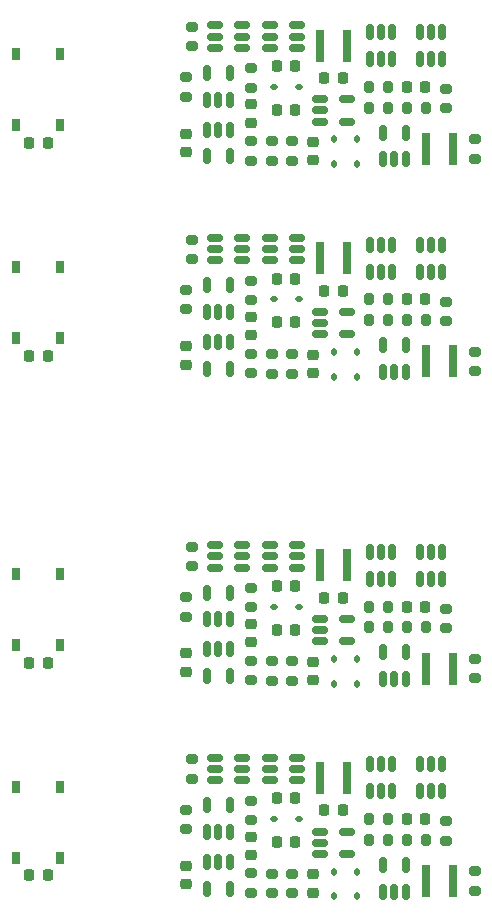
<source format=gtp>
G04 #@! TF.GenerationSoftware,KiCad,Pcbnew,8.0.1*
G04 #@! TF.CreationDate,2025-03-12T15:21:45+01:00*
G04 #@! TF.ProjectId,panel_E,70616e65-6c5f-4452-9e6b-696361645f70,E*
G04 #@! TF.SameCoordinates,Original*
G04 #@! TF.FileFunction,Paste,Top*
G04 #@! TF.FilePolarity,Positive*
%FSLAX46Y46*%
G04 Gerber Fmt 4.6, Leading zero omitted, Abs format (unit mm)*
G04 Created by KiCad (PCBNEW 8.0.1) date 2025-03-12 15:21:45*
%MOMM*%
%LPD*%
G01*
G04 APERTURE LIST*
G04 Aperture macros list*
%AMRoundRect*
0 Rectangle with rounded corners*
0 $1 Rounding radius*
0 $2 $3 $4 $5 $6 $7 $8 $9 X,Y pos of 4 corners*
0 Add a 4 corners polygon primitive as box body*
4,1,4,$2,$3,$4,$5,$6,$7,$8,$9,$2,$3,0*
0 Add four circle primitives for the rounded corners*
1,1,$1+$1,$2,$3*
1,1,$1+$1,$4,$5*
1,1,$1+$1,$6,$7*
1,1,$1+$1,$8,$9*
0 Add four rect primitives between the rounded corners*
20,1,$1+$1,$2,$3,$4,$5,0*
20,1,$1+$1,$4,$5,$6,$7,0*
20,1,$1+$1,$6,$7,$8,$9,0*
20,1,$1+$1,$8,$9,$2,$3,0*%
G04 Aperture macros list end*
%ADD10RoundRect,0.225000X0.225000X0.250000X-0.225000X0.250000X-0.225000X-0.250000X0.225000X-0.250000X0*%
%ADD11R,0.750000X1.000000*%
%ADD12RoundRect,0.200000X0.275000X-0.200000X0.275000X0.200000X-0.275000X0.200000X-0.275000X-0.200000X0*%
%ADD13RoundRect,0.225000X0.250000X-0.225000X0.250000X0.225000X-0.250000X0.225000X-0.250000X-0.225000X0*%
%ADD14RoundRect,0.200000X-0.200000X-0.275000X0.200000X-0.275000X0.200000X0.275000X-0.200000X0.275000X0*%
%ADD15RoundRect,0.225000X-0.250000X0.225000X-0.250000X-0.225000X0.250000X-0.225000X0.250000X0.225000X0*%
%ADD16RoundRect,0.218750X0.218750X0.256250X-0.218750X0.256250X-0.218750X-0.256250X0.218750X-0.256250X0*%
%ADD17RoundRect,0.225000X-0.225000X-0.250000X0.225000X-0.250000X0.225000X0.250000X-0.225000X0.250000X0*%
%ADD18RoundRect,0.112500X-0.187500X-0.112500X0.187500X-0.112500X0.187500X0.112500X-0.187500X0.112500X0*%
%ADD19RoundRect,0.112500X0.112500X-0.187500X0.112500X0.187500X-0.112500X0.187500X-0.112500X-0.187500X0*%
%ADD20R,0.800000X2.700000*%
%ADD21RoundRect,0.150000X0.512500X0.150000X-0.512500X0.150000X-0.512500X-0.150000X0.512500X-0.150000X0*%
%ADD22RoundRect,0.150000X0.150000X-0.512500X0.150000X0.512500X-0.150000X0.512500X-0.150000X-0.512500X0*%
%ADD23RoundRect,0.150000X-0.150000X0.512500X-0.150000X-0.512500X0.150000X-0.512500X0.150000X0.512500X0*%
%ADD24RoundRect,0.200000X-0.275000X0.200000X-0.275000X-0.200000X0.275000X-0.200000X0.275000X0.200000X0*%
%ADD25RoundRect,0.200000X0.200000X0.275000X-0.200000X0.275000X-0.200000X-0.275000X0.200000X-0.275000X0*%
%ADD26RoundRect,0.150000X-0.512500X-0.150000X0.512500X-0.150000X0.512500X0.150000X-0.512500X0.150000X0*%
%ADD27RoundRect,0.112500X-0.112500X0.187500X-0.112500X-0.187500X0.112500X-0.187500X0.112500X0.187500X0*%
G04 APERTURE END LIST*
D10*
G04 #@! TO.C,1-C5*
X51150000Y-31500000D03*
X49600000Y-31500000D03*
G04 #@! TD*
D11*
G04 #@! TO.C,3-SW1*
X27250000Y-73500000D03*
X27250000Y-79500000D03*
X23500000Y-73500000D03*
X23500000Y-79500000D03*
G04 #@! TD*
D12*
G04 #@! TO.C,3-R7*
X45125000Y-82525000D03*
X45125000Y-80875000D03*
G04 #@! TD*
D13*
G04 #@! TO.C,3-C6*
X43375000Y-79275000D03*
X43375000Y-77725000D03*
G04 #@! TD*
D14*
G04 #@! TO.C,2-R4*
X53350000Y-58250000D03*
X55000000Y-58250000D03*
G04 #@! TD*
D10*
G04 #@! TO.C,2-C7*
X47150000Y-56500000D03*
X45600000Y-56500000D03*
G04 #@! TD*
D15*
G04 #@! TO.C,0-C4*
X48625000Y-18925000D03*
X48625000Y-20475000D03*
G04 #@! TD*
G04 #@! TO.C,1-C2*
X37875000Y-36225000D03*
X37875000Y-37775000D03*
G04 #@! TD*
D12*
G04 #@! TO.C,2-R9*
X43375000Y-58325000D03*
X43375000Y-56675000D03*
G04 #@! TD*
D16*
G04 #@! TO.C,3-D2*
X26162500Y-81000000D03*
X24587500Y-81000000D03*
G04 #@! TD*
D10*
G04 #@! TO.C,0-C5*
X51150000Y-13500000D03*
X49600000Y-13500000D03*
G04 #@! TD*
D17*
G04 #@! TO.C,2-C3*
X45600000Y-60200000D03*
X47150000Y-60200000D03*
G04 #@! TD*
D11*
G04 #@! TO.C,1-SW1*
X27250000Y-29500000D03*
X27250000Y-35500000D03*
X23500000Y-29500000D03*
X23500000Y-35500000D03*
G04 #@! TD*
D18*
G04 #@! TO.C,0-D4*
X45325000Y-14250000D03*
X47425000Y-14250000D03*
G04 #@! TD*
D19*
G04 #@! TO.C,2-D5*
X50375000Y-64800000D03*
X50375000Y-62700000D03*
G04 #@! TD*
D12*
G04 #@! TO.C,3-R8*
X46875000Y-82525000D03*
X46875000Y-80875000D03*
G04 #@! TD*
D20*
G04 #@! TO.C,3-L2*
X51525000Y-72750000D03*
X49225000Y-72750000D03*
G04 #@! TD*
D16*
G04 #@! TO.C,0-D2*
X26162500Y-19000000D03*
X24587500Y-19000000D03*
G04 #@! TD*
D18*
G04 #@! TO.C,2-D4*
X45325000Y-58250000D03*
X47425000Y-58250000D03*
G04 #@! TD*
D12*
G04 #@! TO.C,1-R7*
X45125000Y-38525000D03*
X45125000Y-36875000D03*
G04 #@! TD*
D21*
G04 #@! TO.C,3-U5*
X42650000Y-72950000D03*
X42650000Y-72000000D03*
X42650000Y-71050000D03*
X40375000Y-71050000D03*
X40375000Y-72000000D03*
X40375000Y-72950000D03*
G04 #@! TD*
D20*
G04 #@! TO.C,3-L1*
X60525000Y-81500000D03*
X58225000Y-81500000D03*
G04 #@! TD*
D12*
G04 #@! TO.C,1-R8*
X46875000Y-38525000D03*
X46875000Y-36875000D03*
G04 #@! TD*
G04 #@! TO.C,3-R5*
X38375000Y-72825000D03*
X38375000Y-71175000D03*
G04 #@! TD*
G04 #@! TO.C,2-R8*
X46875000Y-64525000D03*
X46875000Y-62875000D03*
G04 #@! TD*
G04 #@! TO.C,2-R7*
X45125000Y-64525000D03*
X45125000Y-62875000D03*
G04 #@! TD*
D22*
G04 #@! TO.C,3-Q1*
X57675000Y-73887500D03*
X58625000Y-73887500D03*
X59575000Y-73887500D03*
X59575000Y-71612500D03*
X58625000Y-71612500D03*
X57675000Y-71612500D03*
G04 #@! TD*
D12*
G04 #@! TO.C,3-R11*
X59875000Y-78075000D03*
X59875000Y-76425000D03*
G04 #@! TD*
D23*
G04 #@! TO.C,0-U1*
X55325000Y-9612500D03*
X54375000Y-9612500D03*
X53425000Y-9612500D03*
X53425000Y-11887500D03*
X54375000Y-11887500D03*
X55325000Y-11887500D03*
G04 #@! TD*
D17*
G04 #@! TO.C,3-C1*
X56600000Y-76250000D03*
X58150000Y-76250000D03*
G04 #@! TD*
D10*
G04 #@! TO.C,2-C5*
X51150000Y-57500000D03*
X49600000Y-57500000D03*
G04 #@! TD*
D23*
G04 #@! TO.C,0-U2*
X41575000Y-17862500D03*
X40625000Y-17862500D03*
X39675000Y-17862500D03*
X39675000Y-20137500D03*
X41575000Y-20137500D03*
G04 #@! TD*
D24*
G04 #@! TO.C,0-R10*
X62375000Y-18675000D03*
X62375000Y-20325000D03*
G04 #@! TD*
D25*
G04 #@! TO.C,3-R6*
X58200000Y-78000000D03*
X56550000Y-78000000D03*
G04 #@! TD*
D12*
G04 #@! TO.C,2-R1*
X37875000Y-59100000D03*
X37875000Y-57450000D03*
G04 #@! TD*
D25*
G04 #@! TO.C,1-R3*
X55000000Y-34000000D03*
X53350000Y-34000000D03*
G04 #@! TD*
D12*
G04 #@! TO.C,1-R5*
X38375000Y-28825000D03*
X38375000Y-27175000D03*
G04 #@! TD*
G04 #@! TO.C,1-R1*
X37875000Y-33100000D03*
X37875000Y-31450000D03*
G04 #@! TD*
D18*
G04 #@! TO.C,1-D4*
X45325000Y-32250000D03*
X47425000Y-32250000D03*
G04 #@! TD*
D22*
G04 #@! TO.C,0-Q1*
X57675000Y-11887500D03*
X58625000Y-11887500D03*
X59575000Y-11887500D03*
X59575000Y-9612500D03*
X58625000Y-9612500D03*
X57675000Y-9612500D03*
G04 #@! TD*
G04 #@! TO.C,0-U7*
X39675000Y-15337500D03*
X40625000Y-15337500D03*
X41575000Y-15337500D03*
X41575000Y-13062500D03*
X39675000Y-13062500D03*
G04 #@! TD*
D20*
G04 #@! TO.C,0-L2*
X51525000Y-10750000D03*
X49225000Y-10750000D03*
G04 #@! TD*
D22*
G04 #@! TO.C,2-U6*
X54575000Y-64400000D03*
X55525000Y-64400000D03*
X56475000Y-64400000D03*
X56475000Y-62125000D03*
X54575000Y-62125000D03*
G04 #@! TD*
D12*
G04 #@! TO.C,0-R2*
X43375000Y-20500000D03*
X43375000Y-18850000D03*
G04 #@! TD*
D14*
G04 #@! TO.C,1-R4*
X53350000Y-32250000D03*
X55000000Y-32250000D03*
G04 #@! TD*
G04 #@! TO.C,0-R4*
X53350000Y-14250000D03*
X55000000Y-14250000D03*
G04 #@! TD*
D12*
G04 #@! TO.C,0-R1*
X37875000Y-15100000D03*
X37875000Y-13450000D03*
G04 #@! TD*
D23*
G04 #@! TO.C,1-U1*
X55325000Y-27612500D03*
X54375000Y-27612500D03*
X53425000Y-27612500D03*
X53425000Y-29887500D03*
X54375000Y-29887500D03*
X55325000Y-29887500D03*
G04 #@! TD*
D15*
G04 #@! TO.C,1-C4*
X48625000Y-36925000D03*
X48625000Y-38475000D03*
G04 #@! TD*
D19*
G04 #@! TO.C,1-D5*
X50375000Y-38800000D03*
X50375000Y-36700000D03*
G04 #@! TD*
D22*
G04 #@! TO.C,2-Q1*
X57675000Y-55887500D03*
X58625000Y-55887500D03*
X59575000Y-55887500D03*
X59575000Y-53612500D03*
X58625000Y-53612500D03*
X57675000Y-53612500D03*
G04 #@! TD*
D23*
G04 #@! TO.C,3-U1*
X55325000Y-71612500D03*
X54375000Y-71612500D03*
X53425000Y-71612500D03*
X53425000Y-73887500D03*
X54375000Y-73887500D03*
X55325000Y-73887500D03*
G04 #@! TD*
D17*
G04 #@! TO.C,0-C1*
X56600000Y-14250000D03*
X58150000Y-14250000D03*
G04 #@! TD*
D12*
G04 #@! TO.C,2-R5*
X38375000Y-54825000D03*
X38375000Y-53175000D03*
G04 #@! TD*
D18*
G04 #@! TO.C,3-D4*
X45325000Y-76250000D03*
X47425000Y-76250000D03*
G04 #@! TD*
D12*
G04 #@! TO.C,2-R2*
X43375000Y-64500000D03*
X43375000Y-62850000D03*
G04 #@! TD*
G04 #@! TO.C,0-R7*
X45125000Y-20525000D03*
X45125000Y-18875000D03*
G04 #@! TD*
D10*
G04 #@! TO.C,0-C7*
X47150000Y-12500000D03*
X45600000Y-12500000D03*
G04 #@! TD*
D25*
G04 #@! TO.C,2-R6*
X58200000Y-60000000D03*
X56550000Y-60000000D03*
G04 #@! TD*
D26*
G04 #@! TO.C,3-U3*
X49237500Y-77300000D03*
X49237500Y-78250000D03*
X49237500Y-79200000D03*
X51512500Y-79200000D03*
X51512500Y-77300000D03*
G04 #@! TD*
D21*
G04 #@! TO.C,1-U4*
X47262500Y-28950000D03*
X47262500Y-28000000D03*
X47262500Y-27050000D03*
X44987500Y-27050000D03*
X44987500Y-28000000D03*
X44987500Y-28950000D03*
G04 #@! TD*
D22*
G04 #@! TO.C,3-U6*
X54575000Y-82400000D03*
X55525000Y-82400000D03*
X56475000Y-82400000D03*
X56475000Y-80125000D03*
X54575000Y-80125000D03*
G04 #@! TD*
D21*
G04 #@! TO.C,0-U4*
X47262500Y-10950000D03*
X47262500Y-10000000D03*
X47262500Y-9050000D03*
X44987500Y-9050000D03*
X44987500Y-10000000D03*
X44987500Y-10950000D03*
G04 #@! TD*
D12*
G04 #@! TO.C,1-R11*
X59875000Y-34075000D03*
X59875000Y-32425000D03*
G04 #@! TD*
D26*
G04 #@! TO.C,1-U3*
X49237500Y-33300000D03*
X49237500Y-34250000D03*
X49237500Y-35200000D03*
X51512500Y-35200000D03*
X51512500Y-33300000D03*
G04 #@! TD*
D12*
G04 #@! TO.C,1-R9*
X43375000Y-32325000D03*
X43375000Y-30675000D03*
G04 #@! TD*
D16*
G04 #@! TO.C,2-D2*
X26162500Y-63000000D03*
X24587500Y-63000000D03*
G04 #@! TD*
D17*
G04 #@! TO.C,3-C3*
X45600000Y-78200000D03*
X47150000Y-78200000D03*
G04 #@! TD*
D12*
G04 #@! TO.C,1-R2*
X43375000Y-38500000D03*
X43375000Y-36850000D03*
G04 #@! TD*
D17*
G04 #@! TO.C,2-C1*
X56600000Y-58250000D03*
X58150000Y-58250000D03*
G04 #@! TD*
D12*
G04 #@! TO.C,2-R11*
X59875000Y-60075000D03*
X59875000Y-58425000D03*
G04 #@! TD*
D20*
G04 #@! TO.C,1-L1*
X60525000Y-37500000D03*
X58225000Y-37500000D03*
G04 #@! TD*
D14*
G04 #@! TO.C,3-R4*
X53350000Y-76250000D03*
X55000000Y-76250000D03*
G04 #@! TD*
D13*
G04 #@! TO.C,2-C6*
X43375000Y-61275000D03*
X43375000Y-59725000D03*
G04 #@! TD*
D20*
G04 #@! TO.C,0-L1*
X60525000Y-19500000D03*
X58225000Y-19500000D03*
G04 #@! TD*
D23*
G04 #@! TO.C,2-U1*
X55325000Y-53612500D03*
X54375000Y-53612500D03*
X53425000Y-53612500D03*
X53425000Y-55887500D03*
X54375000Y-55887500D03*
X55325000Y-55887500D03*
G04 #@! TD*
G04 #@! TO.C,1-U2*
X41575000Y-35862500D03*
X40625000Y-35862500D03*
X39675000Y-35862500D03*
X39675000Y-38137500D03*
X41575000Y-38137500D03*
G04 #@! TD*
D11*
G04 #@! TO.C,2-SW1*
X27250000Y-55500000D03*
X27250000Y-61500000D03*
X23500000Y-55500000D03*
X23500000Y-61500000D03*
G04 #@! TD*
D25*
G04 #@! TO.C,3-R3*
X55000000Y-78000000D03*
X53350000Y-78000000D03*
G04 #@! TD*
D23*
G04 #@! TO.C,3-U2*
X41575000Y-79862500D03*
X40625000Y-79862500D03*
X39675000Y-79862500D03*
X39675000Y-82137500D03*
X41575000Y-82137500D03*
G04 #@! TD*
D16*
G04 #@! TO.C,1-D2*
X26162500Y-37000000D03*
X24587500Y-37000000D03*
G04 #@! TD*
D12*
G04 #@! TO.C,3-R1*
X37875000Y-77100000D03*
X37875000Y-75450000D03*
G04 #@! TD*
D21*
G04 #@! TO.C,0-U5*
X42650000Y-10950000D03*
X42650000Y-10000000D03*
X42650000Y-9050000D03*
X40375000Y-9050000D03*
X40375000Y-10000000D03*
X40375000Y-10950000D03*
G04 #@! TD*
D12*
G04 #@! TO.C,3-R2*
X43375000Y-82500000D03*
X43375000Y-80850000D03*
G04 #@! TD*
D21*
G04 #@! TO.C,3-U4*
X47262500Y-72950000D03*
X47262500Y-72000000D03*
X47262500Y-71050000D03*
X44987500Y-71050000D03*
X44987500Y-72000000D03*
X44987500Y-72950000D03*
G04 #@! TD*
D26*
G04 #@! TO.C,0-U3*
X49237500Y-15300000D03*
X49237500Y-16250000D03*
X49237500Y-17200000D03*
X51512500Y-17200000D03*
X51512500Y-15300000D03*
G04 #@! TD*
D22*
G04 #@! TO.C,1-Q1*
X57675000Y-29887500D03*
X58625000Y-29887500D03*
X59575000Y-29887500D03*
X59575000Y-27612500D03*
X58625000Y-27612500D03*
X57675000Y-27612500D03*
G04 #@! TD*
D15*
G04 #@! TO.C,3-C4*
X48625000Y-80925000D03*
X48625000Y-82475000D03*
G04 #@! TD*
D21*
G04 #@! TO.C,1-U5*
X42650000Y-28950000D03*
X42650000Y-28000000D03*
X42650000Y-27050000D03*
X40375000Y-27050000D03*
X40375000Y-28000000D03*
X40375000Y-28950000D03*
G04 #@! TD*
D12*
G04 #@! TO.C,0-R5*
X38375000Y-10825000D03*
X38375000Y-9175000D03*
G04 #@! TD*
D21*
G04 #@! TO.C,2-U5*
X42650000Y-54950000D03*
X42650000Y-54000000D03*
X42650000Y-53050000D03*
X40375000Y-53050000D03*
X40375000Y-54000000D03*
X40375000Y-54950000D03*
G04 #@! TD*
D17*
G04 #@! TO.C,0-C3*
X45600000Y-16200000D03*
X47150000Y-16200000D03*
G04 #@! TD*
D23*
G04 #@! TO.C,2-U2*
X41575000Y-61862500D03*
X40625000Y-61862500D03*
X39675000Y-61862500D03*
X39675000Y-64137500D03*
X41575000Y-64137500D03*
G04 #@! TD*
D25*
G04 #@! TO.C,0-R6*
X58200000Y-16000000D03*
X56550000Y-16000000D03*
G04 #@! TD*
D19*
G04 #@! TO.C,0-D5*
X50375000Y-20800000D03*
X50375000Y-18700000D03*
G04 #@! TD*
D12*
G04 #@! TO.C,3-R9*
X43375000Y-76325000D03*
X43375000Y-74675000D03*
G04 #@! TD*
D15*
G04 #@! TO.C,3-C2*
X37875000Y-80225000D03*
X37875000Y-81775000D03*
G04 #@! TD*
D22*
G04 #@! TO.C,1-U7*
X39675000Y-33337500D03*
X40625000Y-33337500D03*
X41575000Y-33337500D03*
X41575000Y-31062500D03*
X39675000Y-31062500D03*
G04 #@! TD*
G04 #@! TO.C,0-U6*
X54575000Y-20400000D03*
X55525000Y-20400000D03*
X56475000Y-20400000D03*
X56475000Y-18125000D03*
X54575000Y-18125000D03*
G04 #@! TD*
G04 #@! TO.C,1-U6*
X54575000Y-38400000D03*
X55525000Y-38400000D03*
X56475000Y-38400000D03*
X56475000Y-36125000D03*
X54575000Y-36125000D03*
G04 #@! TD*
D27*
G04 #@! TO.C,1-D3*
X52375000Y-36700000D03*
X52375000Y-38800000D03*
G04 #@! TD*
D25*
G04 #@! TO.C,2-R3*
X55000000Y-60000000D03*
X53350000Y-60000000D03*
G04 #@! TD*
D20*
G04 #@! TO.C,2-L2*
X51525000Y-54750000D03*
X49225000Y-54750000D03*
G04 #@! TD*
D27*
G04 #@! TO.C,0-D3*
X52375000Y-18700000D03*
X52375000Y-20800000D03*
G04 #@! TD*
D12*
G04 #@! TO.C,0-R8*
X46875000Y-20525000D03*
X46875000Y-18875000D03*
G04 #@! TD*
D15*
G04 #@! TO.C,0-C2*
X37875000Y-18225000D03*
X37875000Y-19775000D03*
G04 #@! TD*
D19*
G04 #@! TO.C,3-D5*
X50375000Y-82800000D03*
X50375000Y-80700000D03*
G04 #@! TD*
D25*
G04 #@! TO.C,0-R3*
X55000000Y-16000000D03*
X53350000Y-16000000D03*
G04 #@! TD*
D20*
G04 #@! TO.C,1-L2*
X51525000Y-28750000D03*
X49225000Y-28750000D03*
G04 #@! TD*
D12*
G04 #@! TO.C,0-R9*
X43375000Y-14325000D03*
X43375000Y-12675000D03*
G04 #@! TD*
D25*
G04 #@! TO.C,1-R6*
X58200000Y-34000000D03*
X56550000Y-34000000D03*
G04 #@! TD*
D24*
G04 #@! TO.C,3-R10*
X62375000Y-80675000D03*
X62375000Y-82325000D03*
G04 #@! TD*
D10*
G04 #@! TO.C,1-C7*
X47150000Y-30500000D03*
X45600000Y-30500000D03*
G04 #@! TD*
D26*
G04 #@! TO.C,2-U3*
X49237500Y-59300000D03*
X49237500Y-60250000D03*
X49237500Y-61200000D03*
X51512500Y-61200000D03*
X51512500Y-59300000D03*
G04 #@! TD*
D17*
G04 #@! TO.C,1-C3*
X45600000Y-34200000D03*
X47150000Y-34200000D03*
G04 #@! TD*
D22*
G04 #@! TO.C,3-U7*
X39675000Y-77337500D03*
X40625000Y-77337500D03*
X41575000Y-77337500D03*
X41575000Y-75062500D03*
X39675000Y-75062500D03*
G04 #@! TD*
D20*
G04 #@! TO.C,2-L1*
X60525000Y-63500000D03*
X58225000Y-63500000D03*
G04 #@! TD*
D24*
G04 #@! TO.C,2-R10*
X62375000Y-62675000D03*
X62375000Y-64325000D03*
G04 #@! TD*
D13*
G04 #@! TO.C,1-C6*
X43375000Y-35275000D03*
X43375000Y-33725000D03*
G04 #@! TD*
D10*
G04 #@! TO.C,3-C5*
X51150000Y-75500000D03*
X49600000Y-75500000D03*
G04 #@! TD*
D15*
G04 #@! TO.C,2-C2*
X37875000Y-62225000D03*
X37875000Y-63775000D03*
G04 #@! TD*
D12*
G04 #@! TO.C,0-R11*
X59875000Y-16075000D03*
X59875000Y-14425000D03*
G04 #@! TD*
D10*
G04 #@! TO.C,3-C7*
X47150000Y-74500000D03*
X45600000Y-74500000D03*
G04 #@! TD*
D27*
G04 #@! TO.C,2-D3*
X52375000Y-62700000D03*
X52375000Y-64800000D03*
G04 #@! TD*
D21*
G04 #@! TO.C,2-U4*
X47262500Y-54950000D03*
X47262500Y-54000000D03*
X47262500Y-53050000D03*
X44987500Y-53050000D03*
X44987500Y-54000000D03*
X44987500Y-54950000D03*
G04 #@! TD*
D13*
G04 #@! TO.C,0-C6*
X43375000Y-17275000D03*
X43375000Y-15725000D03*
G04 #@! TD*
D22*
G04 #@! TO.C,2-U7*
X39675000Y-59337500D03*
X40625000Y-59337500D03*
X41575000Y-59337500D03*
X41575000Y-57062500D03*
X39675000Y-57062500D03*
G04 #@! TD*
D24*
G04 #@! TO.C,1-R10*
X62375000Y-36675000D03*
X62375000Y-38325000D03*
G04 #@! TD*
D27*
G04 #@! TO.C,3-D3*
X52375000Y-80700000D03*
X52375000Y-82800000D03*
G04 #@! TD*
D15*
G04 #@! TO.C,2-C4*
X48625000Y-62925000D03*
X48625000Y-64475000D03*
G04 #@! TD*
D11*
G04 #@! TO.C,0-SW1*
X27250000Y-11500000D03*
X27250000Y-17500000D03*
X23500000Y-11500000D03*
X23500000Y-17500000D03*
G04 #@! TD*
D17*
G04 #@! TO.C,1-C1*
X56600000Y-32250000D03*
X58150000Y-32250000D03*
G04 #@! TD*
M02*

</source>
